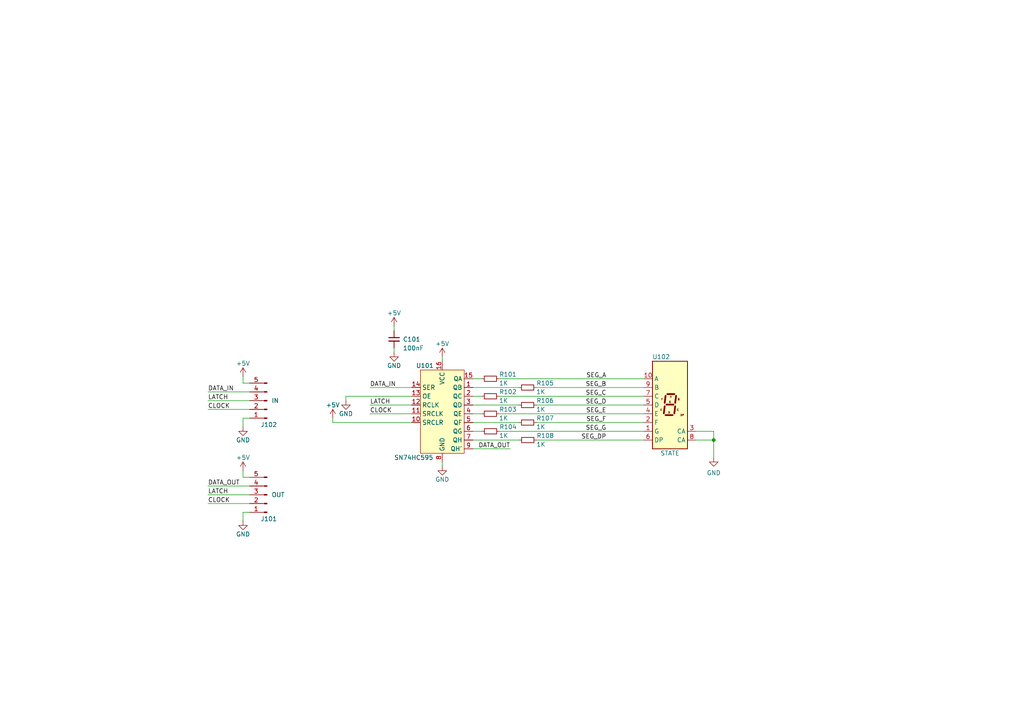
<source format=kicad_sch>
(kicad_sch (version 20230121) (generator eeschema)
  (paper "A4")
  (title_block (title "Segment Test Board") (date "${ISSUE}") (rev "${REVISION}") (company "Kitsune Robotics") (comment 5 "${FULL_REVISION}"))
  (lib_symbols
    (symbol "Connector:Conn_01x05_Pin" (pin_names (offset 1.016) hide)
      (property "Reference" "J" (at 0 7.62 0))
      (property "Value" "Conn_01x05_Pin" (at 0 -7.62 0))
      (symbol "Conn_01x05_Pin_1_1"
        (polyline (pts (xy 1.27 -5.08) (xy 0.8636 -5.08)) (stroke (width 0.1524)))
        (polyline (pts (xy 1.27 -2.54) (xy 0.8636 -2.54)) (stroke (width 0.1524)))
        (polyline (pts (xy 1.27 0) (xy 0.8636 0)) (stroke (width 0.1524)))
        (polyline (pts (xy 1.27 2.54) (xy 0.8636 2.54)) (stroke (width 0.1524)))
        (polyline (pts (xy 1.27 5.08) (xy 0.8636 5.08)) (stroke (width 0.1524)))
        (rectangle (start 0.8636 -4.953) (end 0 -5.207) (stroke (width 0.1524)) (fill (type outline)))
        (rectangle (start 0.8636 -2.413) (end 0 -2.667) (stroke (width 0.1524)) (fill (type outline)))
        (rectangle (start 0.8636 0.127) (end 0 -0.127) (stroke (width 0.1524)) (fill (type outline)))
        (rectangle (start 0.8636 2.667) (end 0 2.413) (stroke (width 0.1524)) (fill (type outline)))
        (rectangle (start 0.8636 5.207) (end 0 4.953) (stroke (width 0.1524)) (fill (type outline)))
        (pin passive line (at 5.08 5.08 180) (length 3.81) (name "Pin_1") (number "1"))
        (pin passive line (at 5.08 2.54 180) (length 3.81) (name "Pin_2") (number "2"))
        (pin passive line (at 5.08 0 180) (length 3.81) (name "Pin_3") (number "3"))
        (pin passive line (at 5.08 -2.54 180) (length 3.81) (name "Pin_4") (number "4"))
        (pin passive line (at 5.08 -5.08 180) (length 3.81) (name "Pin_5") (number "5"))
      )
    )
    (symbol "Device:C_Small" (pin_numbers hide) (pin_names (offset 0.254) hide)
      (property "Reference" "C" (at 0.254 1.778 0))
      (property "Value" "C_Small" (at 0.254 -2.032 0))
      (symbol "C_Small_0_1"
        (polyline (pts (xy -1.524 -0.508) (xy 1.524 -0.508)) (stroke (width 0.3302)))
        (polyline (pts (xy -1.524 0.508) (xy 1.524 0.508)) (stroke (width 0.3048)))
      )
      (symbol "C_Small_1_1"
        (pin passive line (at 0 2.54 270) (length 2.032) (name "~") (number "1"))
        (pin passive line (at 0 -2.54 90) (length 2.032) (name "~") (number "2"))
      )
    )
    (symbol "Device:R_Small" (pin_numbers hide) (pin_names (offset 0.254) hide)
      (property "Reference" "R" (at 0.762 0.508 0))
      (property "Value" "R_Small" (at 0.762 -1.016 0))
      (symbol "R_Small_0_1"
        (rectangle (start -0.762 1.778) (end 0.762 -1.778) (stroke (width 0.2032)))
      )
      (symbol "R_Small_1_1"
        (pin passive line (at 0 2.54 270) (length 0.762) (name "~") (number "1"))
        (pin passive line (at 0 -2.54 90) (length 0.762) (name "~") (number "2"))
      )
    )
    (symbol "KenwoodFox:SM420391N"
      (property "Reference" "U604" (at -2.54 13.97 0))
      (property "Value" "STATE" (at 0 -13.97 0))
      (symbol "SM420391N_1_0"
        (text "A" (at 0.254 2.413 0) (effects (font (size 0.508 0.508))))
        (text "B" (at 2.54 1.651 0) (effects (font (size 0.508 0.508))))
        (text "C" (at 2.286 -1.397 0) (effects (font (size 0.508 0.508))))
        (text "D" (at -0.254 -2.159 0) (effects (font (size 0.508 0.508))))
        (text "DP" (at 3.556 -2.921 0) (effects (font (size 0.508 0.508))))
        (text "E" (at -2.54 -1.397 0) (effects (font (size 0.508 0.508))))
        (text "F" (at -2.286 1.651 0) (effects (font (size 0.508 0.508))))
        (text "G" (at 0 0.889 0) (effects (font (size 0.508 0.508))))
      )
      (symbol "SM420391N_1_1"
        (rectangle (start -5.08 12.7) (end 5.08 -12.7) (stroke (width 0.254)) (fill (type background)))
        (polyline (pts (xy -1.524 -0.381) (xy -1.778 -2.413)) (stroke (width 0.508)))
        (polyline (pts (xy -1.27 -2.921) (xy 0.762 -2.921)) (stroke (width 0.508)))
        (polyline (pts (xy -1.27 2.667) (xy -1.524 0.635)) (stroke (width 0.508)))
        (polyline (pts (xy -1.016 0.127) (xy 1.016 0.127)) (stroke (width 0.508)))
        (polyline (pts (xy -0.762 3.175) (xy 1.27 3.175)) (stroke (width 0.508)))
        (polyline (pts (xy 1.524 -0.381) (xy 1.27 -2.413)) (stroke (width 0.508)))
        (polyline (pts (xy 1.778 2.667) (xy 1.524 0.635)) (stroke (width 0.508)))
        (polyline (pts (xy 2.54 -2.921) (xy 2.54 -2.921)) (stroke (width 0.508)))
        (pin input line (at -7.62 -7.62 0) (length 2.54) (name "G") (number "1"))
        (pin input line (at -7.62 7.62 0) (length 2.54) (name "A") (number "10"))
        (pin input line (at -7.62 -5.08 0) (length 2.54) (name "F") (number "2"))
        (pin input line (at 7.62 -7.62 180) (length 2.54) (name "CA") (number "3"))
        (pin input line (at -7.62 -2.54 0) (length 2.54) (name "E") (number "4"))
        (pin input line (at -7.62 0 0) (length 2.54) (name "D") (number "5"))
        (pin input line (at -7.62 -10.16 0) (length 2.54) (name "DP") (number "6"))
        (pin input line (at -7.62 2.54 0) (length 2.54) (name "C") (number "7"))
        (pin input line (at 7.62 -10.16 180) (length 2.54) (name "CA") (number "8"))
        (pin input line (at -7.62 5.08 0) (length 2.54) (name "B") (number "9"))
      )
    )
    (symbol "KenwoodFox:SN74HC595"
      (property "Reference" "U" (at -6.35 8.89 0))
      (property "Value" "SN74HC595" (at 7.62 -17.78 0))
      (symbol "SN74HC595_0_1"
        (rectangle (start -6.35 7.62) (end 6.35 -16.51) (fill (type background)))
      )
      (symbol "SN74HC595_1_1"
        (pin output line (at 8.89 2.54 180) (length 2.54) (name "QB") (number "1"))
        (pin input line (at -8.89 -7.62 0) (length 2.54) (name "SRCLR") (number "10"))
        (pin input line (at -8.89 -5.08 0) (length 2.54) (name "SRCLK") (number "11"))
        (pin input line (at -8.89 -2.54 0) (length 2.54) (name "RCLK") (number "12"))
        (pin input line (at -8.89 0 0) (length 2.54) (name "OE") (number "13"))
        (pin input line (at -8.89 2.54 0) (length 2.54) (name "SER") (number "14"))
        (pin output line (at 8.89 5.08 180) (length 2.54) (name "QA") (number "15"))
        (pin power_in line (at 0 10.16 270) (length 2.54) (name "VCC") (number "16"))
        (pin output line (at 8.89 0 180) (length 2.54) (name "QC") (number "2"))
        (pin output line (at 8.89 -2.54 180) (length 2.54) (name "QD") (number "3"))
        (pin output line (at 8.89 -5.08 180) (length 2.54) (name "QE") (number "4"))
        (pin output line (at 8.89 -7.62 180) (length 2.54) (name "QF") (number "5"))
        (pin output line (at 8.89 -10.16 180) (length 2.54) (name "QG") (number "6"))
        (pin output line (at 8.89 -12.7 180) (length 2.54) (name "QH") (number "7"))
        (pin power_in line (at 0 -19.05 90) (length 2.54) (name "GND") (number "8"))
        (pin output line (at 8.89 -15.24 180) (length 2.54) (name "QH'") (number "9"))
      )
    )
    (symbol "power:+5V" (power) (pin_names (offset 0))
      (property "Value" "+5V" (at 0 3.556 0))
      (symbol "+5V_0_1"
        (polyline (pts (xy -0.762 1.27) (xy 0 2.54)))
        (polyline (pts (xy 0 0) (xy 0 2.54)))
        (polyline (pts (xy 0 2.54) (xy 0.762 1.27)))
      )
      (symbol "+5V_1_1"
        (pin power_in line (at 0 0 90) (length 0) hide (name "+5V") (number "1"))
      )
    )
    (symbol "power:GND" (power) (pin_names (offset 0))
      (property "Value" "GND" (at 0 -3.81 0))
      (symbol "GND_0_1"
        (polyline (pts (xy 0 0) (xy 0 -1.27) (xy 1.27 -1.27) (xy 0 -2.54) (xy -1.27 -1.27) (xy 0 -1.27)))
      )
      (symbol "GND_1_1"
        (pin power_in line (at 0 0 270) (length 0) hide (name "GND") (number "1"))
      )
    )
  )
  (junction (at 207.01 127.635))
  (wire (pts (xy 155.6212 127.635) (xy 186.69 127.635)))
  (wire (pts (xy 155.575 117.475) (xy 186.69 117.475)))
  (wire (pts (xy 155.575 122.555) (xy 186.69 122.555)))
  (wire (pts (xy 107.315 112.395) (xy 119.38 112.395)))
  (wire (pts (xy 114.3 102.235) (xy 114.3 100.965)))
  (wire (pts (xy 139.7462 125.095) (xy 137.16 125.095)))
  (wire (pts (xy 201.93 127.635) (xy 207.01 127.635)))
  (wire (pts (xy 144.8262 125.095) (xy 186.69 125.095)))
  (wire (pts (xy 70.485 109.22) (xy 70.485 111.125)))
  (wire (pts (xy 114.3 94.615) (xy 114.3 95.885)))
  (wire (pts (xy 70.485 123.825) (xy 70.485 121.285)))
  (wire (pts (xy 144.78 114.935) (xy 186.69 114.935)))
  (wire (pts (xy 139.7 120.015) (xy 137.16 120.015)))
  (wire (pts (xy 107.315 120.015) (xy 119.38 120.015)))
  (wire (pts (xy 150.5412 127.635) (xy 137.16 127.635)))
  (wire (pts (xy 70.485 136.525) (xy 70.485 138.43)))
  (wire (pts (xy 70.485 121.285) (xy 72.39 121.285)))
  (wire (pts (xy 60.325 146.05) (xy 72.39 146.05)))
  (wire (pts (xy 60.325 143.51) (xy 72.39 143.51)))
  (wire (pts (xy 150.495 122.555) (xy 137.16 122.555)))
  (wire (pts (xy 207.01 127.635) (xy 207.01 132.715)))
  (wire (pts (xy 70.485 151.13) (xy 70.485 148.59)))
  (wire (pts (xy 70.485 111.125) (xy 72.39 111.125)))
  (wire (pts (xy 96.52 121.285) (xy 96.52 122.555)))
  (wire (pts (xy 201.93 125.095) (xy 207.01 125.095)))
  (wire (pts (xy 119.38 114.935) (xy 100.33 114.935)))
  (wire (pts (xy 139.7 114.935) (xy 137.16 114.935)))
  (wire (pts (xy 150.495 117.475) (xy 137.16 117.475)))
  (wire (pts (xy 155.575 112.395) (xy 186.69 112.395)))
  (wire (pts (xy 107.315 117.475) (xy 119.38 117.475)))
  (wire (pts (xy 60.325 140.97) (xy 72.39 140.97)))
  (wire (pts (xy 207.01 125.095) (xy 207.01 127.635)))
  (wire (pts (xy 144.78 109.855) (xy 186.69 109.855)))
  (wire (pts (xy 70.485 148.59) (xy 72.39 148.59)))
  (wire (pts (xy 144.78 120.015) (xy 186.69 120.015)))
  (wire (pts (xy 100.33 114.935) (xy 100.33 116.205)))
  (wire (pts (xy 96.52 122.555) (xy 119.38 122.555)))
  (wire (pts (xy 70.485 138.43) (xy 72.39 138.43)))
  (wire (pts (xy 60.325 113.665) (xy 72.39 113.665)))
  (wire (pts (xy 147.955 130.175) (xy 137.16 130.175)))
  (wire (pts (xy 128.27 133.985) (xy 128.27 135.255)))
  (wire (pts (xy 150.495 112.395) (xy 137.16 112.395)))
  (wire (pts (xy 139.7 109.855) (xy 137.16 109.855)))
  (wire (pts (xy 60.325 116.205) (xy 72.39 116.205)))
  (wire (pts (xy 128.27 103.505) (xy 128.27 104.775)))
  (wire (pts (xy 60.325 118.745) (xy 72.39 118.745)))
  (label "SEG_E" (at 175.895 120.015 180))
  (label "DATA_OUT" (at 147.955 130.175 180))
  (label "CLOCK" (at 107.315 120.015 0))
  (label "CLOCK" (at 60.325 118.745 0))
  (label "DATA_OUT" (at 60.325 140.97 0))
  (label "DATA_IN" (at 107.315 112.395 0))
  (label "SEG_B" (at 175.895 112.395 180))
  (label "SEG_C" (at 175.895 114.935 180))
  (label "DATA_IN" (at 60.325 113.665 0))
  (label "SEG_G" (at 175.895 125.095 180))
  (label "SEG_D" (at 175.895 117.475 180))
  (label "LATCH" (at 60.325 143.51 0))
  (label "CLOCK" (at 60.325 146.05 0))
  (label "SEG_A" (at 175.895 109.855 180))
  (label "SEG_F" (at 175.895 122.555 180))
  (label "LATCH" (at 107.315 117.475 0))
  (label "SEG_DP" (at 175.895 127.635 180))
  (label "LATCH" (at 60.325 116.205 0))
  (symbol (lib_id "Device:R_Small") (at 142.2862 125.095 90) (unit 1)
    (property "Reference" "R104" (at 147.3662 123.825 90))
    (property "Value" "1K" (at 146.0962 126.365 90))
    (property "Footprint" "Resistor_SMD:R_0805_2012Metric" (effects hide))
  )
  (symbol (lib_id "power:+5V") (at 70.485 109.22 0) (unit 1)
    (property "Reference" "#PWR0109" (effects hide))
    (property "Value" "+5V" (at 70.485 105.41 0))
  )
  (symbol (lib_id "KenwoodFox:SM420391N") (at 194.31 117.475 0) (unit 1)
    (property "Reference" "U102" (at 191.77 103.505 0))
    (property "Value" "STATE" (at 194.31 131.445 0))
    (property "Footprint" "KenwoodFox:SM420391N8" (effects hide))
  )
  (symbol (lib_id "power:+5V") (at 128.27 103.505 0) (unit 1)
    (property "Reference" "#PWR0105" (effects hide))
    (property "Value" "+5V" (at 128.27 99.695 0))
  )
  (symbol (lib_id "Device:R_Small") (at 142.24 114.935 90) (unit 1)
    (property "Reference" "R102" (at 147.32 113.665 90))
    (property "Value" "1K" (at 146.05 116.205 90))
    (property "Footprint" "Resistor_SMD:R_0805_2012Metric" (effects hide))
  )
  (symbol (lib_id "KenwoodFox:SN74HC595") (at 128.27 114.935 0) (unit 1)
    (property "Reference" "U101" (at 120.65 106.045 0) (effects (justify left)))
    (property "Value" "SN74HC595" (at 114.3 132.715 0) (effects (justify left)))
    (property "Footprint" "KenwoodFox:SN74HC595" (effects hide))
  )
  (symbol (lib_id "power:GND") (at 128.27 135.255 0) (unit 1)
    (property "Reference" "#PWR0106" (effects hide))
    (property "Value" "GND" (at 128.27 139.065 0))
  )
  (symbol (lib_id "Device:R_Small") (at 153.035 122.555 90) (unit 1)
    (property "Reference" "R107" (at 158.115 121.285 90))
    (property "Value" "1K" (at 156.845 123.825 90))
    (property "Footprint" "Resistor_SMD:R_0805_2012Metric" (effects hide))
  )
  (symbol (lib_id "Connector:Conn_01x05_Pin") (at 77.47 143.51 180) (unit 1)
    (property "Reference" "J101" (at 75.565 150.495 0) (effects (justify right)))
    (property "Value" "OUT" (at 78.74 143.51 0) (effects (justify right)))
    (property "Footprint" "Connector_PinHeader_2.54mm:PinHeader_1x05_P2.54mm_Vertical" (effects hide))
  )
  (symbol (lib_id "power:GND") (at 207.01 132.715 0) (unit 1)
    (property "Reference" "#PWR0107" (effects hide))
    (property "Value" "GND" (at 207.01 137.16 0))
  )
  (symbol (lib_id "Device:R_Small") (at 153.0812 127.635 90) (unit 1)
    (property "Reference" "R108" (at 158.1612 126.365 90))
    (property "Value" "1K" (at 156.8912 128.905 90))
    (property "Footprint" "Resistor_SMD:R_0805_2012Metric" (effects hide))
  )
  (symbol (lib_id "power:GND") (at 100.33 116.205 0) (unit 1)
    (property "Reference" "#PWR0102" (effects hide))
    (property "Value" "GND" (at 100.33 120.015 0))
  )
  (symbol (lib_id "Device:C_Small") (at 114.3 98.425 0) (unit 1)
    (property "Reference" "C101" (at 116.84 98.425 0) (effects (justify left)))
    (property "Value" "100nF" (at 116.84 100.965 0) (effects (justify left)))
    (property "Footprint" "Capacitor_SMD:C_0805_2012Metric" (effects hide))
  )
  (symbol (lib_id "power:+5V") (at 96.52 121.285 0) (unit 1)
    (property "Reference" "#PWR0101" (effects hide))
    (property "Value" "+5V" (at 96.52 117.475 0))
  )
  (symbol (lib_id "power:GND") (at 114.3 102.235 0) (unit 1)
    (property "Reference" "#PWR0104" (effects hide))
    (property "Value" "GND" (at 114.3 106.045 0))
  )
  (symbol (lib_id "Device:R_Small") (at 142.24 120.015 90) (unit 1)
    (property "Reference" "R103" (at 147.32 118.745 90))
    (property "Value" "1K" (at 146.05 121.285 90))
    (property "Footprint" "Resistor_SMD:R_0805_2012Metric" (effects hide))
  )
  (symbol (lib_id "power:GND") (at 70.485 151.13 0) (unit 1)
    (property "Reference" "#PWR0111" (effects hide))
    (property "Value" "GND" (at 70.485 154.94 0))
  )
  (symbol (lib_id "Device:R_Small") (at 153.035 112.395 90) (unit 1)
    (property "Reference" "R105" (at 158.115 111.125 90))
    (property "Value" "1K" (at 156.845 113.665 90))
    (property "Footprint" "Resistor_SMD:R_0805_2012Metric" (effects hide))
  )
  (symbol (lib_id "Device:R_Small") (at 153.035 117.475 90) (unit 1)
    (property "Reference" "R106" (at 158.115 116.205 90))
    (property "Value" "1K" (at 156.845 118.745 90))
    (property "Footprint" "Resistor_SMD:R_0805_2012Metric" (effects hide))
  )
  (symbol (lib_id "Connector:Conn_01x05_Pin") (at 77.47 116.205 180) (unit 1)
    (property "Reference" "J102" (at 75.565 123.19 0) (effects (justify right)))
    (property "Value" "IN" (at 78.74 116.205 0) (effects (justify right)))
    (property "Footprint" "Connector_PinHeader_2.54mm:PinHeader_1x05_P2.54mm_Vertical" (effects hide))
  )
  (symbol (lib_id "power:+5V") (at 70.485 136.525 0) (unit 1)
    (property "Reference" "#PWR0110" (effects hide))
    (property "Value" "+5V" (at 70.485 132.715 0))
  )
  (symbol (lib_id "power:GND") (at 70.485 123.825 0) (unit 1)
    (property "Reference" "#PWR0108" (effects hide))
    (property "Value" "GND" (at 70.485 127.635 0))
  )
  (symbol (lib_id "power:+5V") (at 114.3 94.615 0) (unit 1)
    (property "Reference" "#PWR0103" (effects hide))
    (property "Value" "+5V" (at 114.3 90.805 0))
  )
  (symbol (lib_id "Device:R_Small") (at 142.24 109.855 90) (unit 1)
    (property "Reference" "R101" (at 147.32 108.585 90))
    (property "Value" "1K" (at 146.05 111.125 90))
    (property "Footprint" "Resistor_SMD:R_0805_2012Metric" (effects hide))
  )
)
</source>
